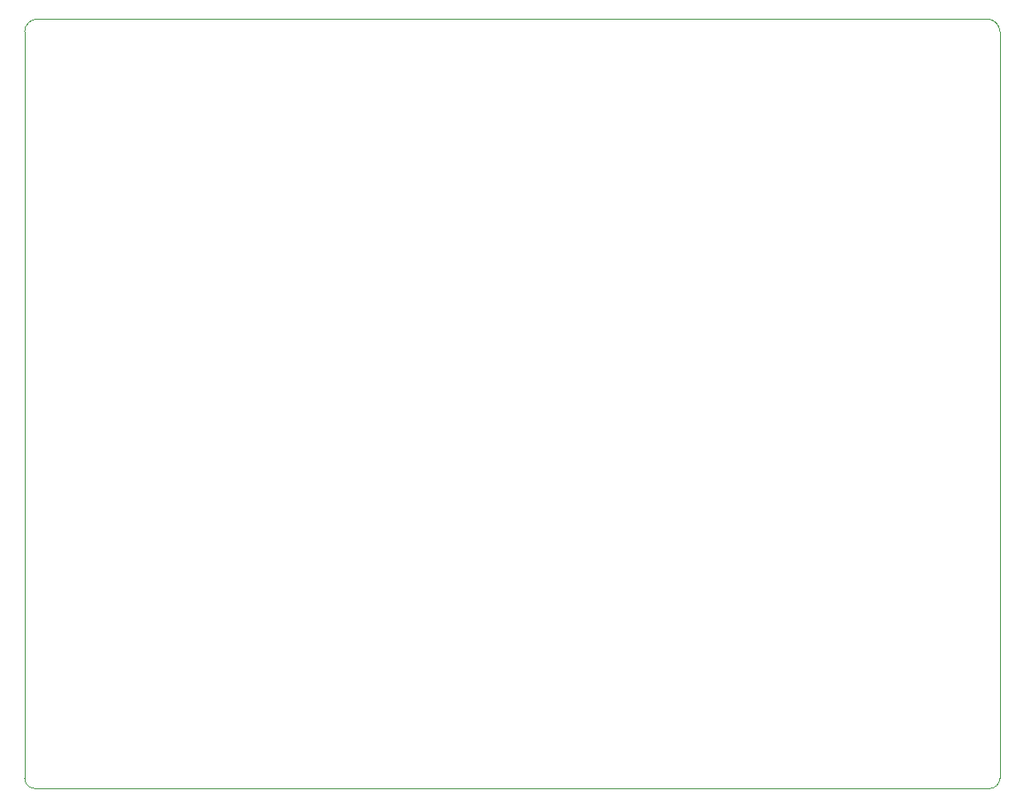
<source format=gbr>
%TF.GenerationSoftware,KiCad,Pcbnew,(5.1.6)-1*%
%TF.CreationDate,2020-10-03T16:08:43+08:00*%
%TF.ProjectId,odometer_project,6f646f6d-6574-4657-925f-70726f6a6563,rev?*%
%TF.SameCoordinates,Original*%
%TF.FileFunction,Profile,NP*%
%FSLAX46Y46*%
G04 Gerber Fmt 4.6, Leading zero omitted, Abs format (unit mm)*
G04 Created by KiCad (PCBNEW (5.1.6)-1) date 2020-10-03 16:08:43*
%MOMM*%
%LPD*%
G01*
G04 APERTURE LIST*
%TA.AperFunction,Profile*%
%ADD10C,0.050000*%
%TD*%
G04 APERTURE END LIST*
D10*
X275590000Y-81280000D02*
X181610000Y-81280000D01*
X275590000Y-81280000D02*
G75*
G02*
X276860000Y-82550000I0J-1270000D01*
G01*
X276860000Y-156464000D02*
X276860000Y-82550000D01*
X276860000Y-156464000D02*
G75*
G02*
X275844000Y-157480000I-1016000J0D01*
G01*
X181356000Y-157480000D02*
X275844000Y-157480000D01*
X181356000Y-157480000D02*
G75*
G02*
X180340000Y-156464000I0J1016000D01*
G01*
X180340000Y-82550000D02*
X180340000Y-156464000D01*
X180340000Y-82550000D02*
G75*
G02*
X181610000Y-81280000I1270000J0D01*
G01*
M02*

</source>
